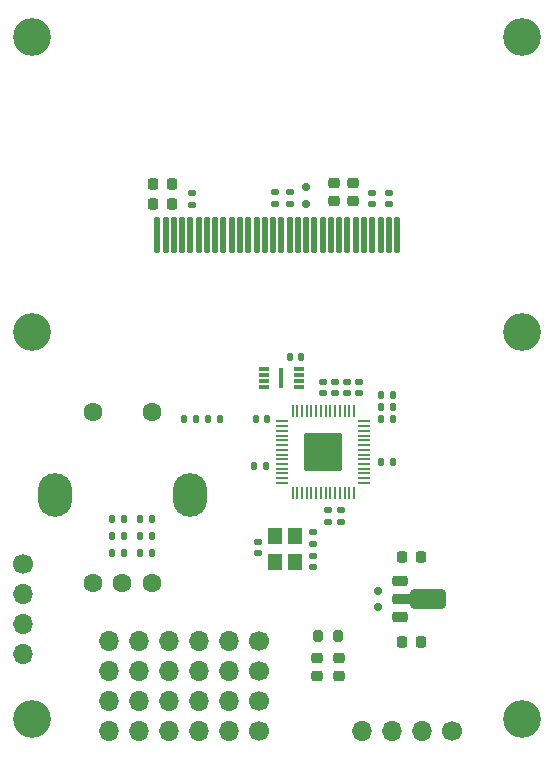
<source format=gbr>
%TF.GenerationSoftware,KiCad,Pcbnew,8.0.1*%
%TF.CreationDate,2024-04-03T11:04:11+02:00*%
%TF.ProjectId,dcload-interface-board,64636c6f-6164-42d6-996e-746572666163,rev?*%
%TF.SameCoordinates,Original*%
%TF.FileFunction,Soldermask,Top*%
%TF.FilePolarity,Negative*%
%FSLAX46Y46*%
G04 Gerber Fmt 4.6, Leading zero omitted, Abs format (unit mm)*
G04 Created by KiCad (PCBNEW 8.0.1) date 2024-04-03 11:04:11*
%MOMM*%
%LPD*%
G01*
G04 APERTURE LIST*
G04 Aperture macros list*
%AMRoundRect*
0 Rectangle with rounded corners*
0 $1 Rounding radius*
0 $2 $3 $4 $5 $6 $7 $8 $9 X,Y pos of 4 corners*
0 Add a 4 corners polygon primitive as box body*
4,1,4,$2,$3,$4,$5,$6,$7,$8,$9,$2,$3,0*
0 Add four circle primitives for the rounded corners*
1,1,$1+$1,$2,$3*
1,1,$1+$1,$4,$5*
1,1,$1+$1,$6,$7*
1,1,$1+$1,$8,$9*
0 Add four rect primitives between the rounded corners*
20,1,$1+$1,$2,$3,$4,$5,0*
20,1,$1+$1,$4,$5,$6,$7,0*
20,1,$1+$1,$6,$7,$8,$9,0*
20,1,$1+$1,$8,$9,$2,$3,0*%
G04 Aperture macros list end*
%ADD10RoundRect,0.150000X0.200000X-0.150000X0.200000X0.150000X-0.200000X0.150000X-0.200000X-0.150000X0*%
%ADD11RoundRect,0.125000X-0.125000X-1.375000X0.125000X-1.375000X0.125000X1.375000X-0.125000X1.375000X0*%
%ADD12RoundRect,0.150000X-0.200000X0.150000X-0.200000X-0.150000X0.200000X-0.150000X0.200000X0.150000X0*%
%ADD13RoundRect,0.140000X0.140000X0.170000X-0.140000X0.170000X-0.140000X-0.170000X0.140000X-0.170000X0*%
%ADD14C,3.200000*%
%ADD15RoundRect,0.140000X-0.170000X0.140000X-0.170000X-0.140000X0.170000X-0.140000X0.170000X0.140000X0*%
%ADD16RoundRect,0.225000X0.250000X-0.225000X0.250000X0.225000X-0.250000X0.225000X-0.250000X-0.225000X0*%
%ADD17RoundRect,0.140000X0.170000X-0.140000X0.170000X0.140000X-0.170000X0.140000X-0.170000X-0.140000X0*%
%ADD18RoundRect,0.140000X-0.140000X-0.170000X0.140000X-0.170000X0.140000X0.170000X-0.140000X0.170000X0*%
%ADD19RoundRect,0.135000X0.135000X0.185000X-0.135000X0.185000X-0.135000X-0.185000X0.135000X-0.185000X0*%
%ADD20RoundRect,0.225000X-0.250000X0.225000X-0.250000X-0.225000X0.250000X-0.225000X0.250000X0.225000X0*%
%ADD21RoundRect,0.135000X0.185000X-0.135000X0.185000X0.135000X-0.185000X0.135000X-0.185000X-0.135000X0*%
%ADD22C,1.700000*%
%ADD23O,1.700000X1.700000*%
%ADD24RoundRect,0.020000X-0.430000X-0.080000X0.430000X-0.080000X0.430000X0.080000X-0.430000X0.080000X0*%
%ADD25RoundRect,0.020000X0.080000X-0.430000X0.080000X0.430000X-0.080000X0.430000X-0.080000X-0.430000X0*%
%ADD26RoundRect,0.096000X-1.504000X-1.504000X1.504000X-1.504000X1.504000X1.504000X-1.504000X1.504000X0*%
%ADD27RoundRect,0.135000X-0.135000X-0.185000X0.135000X-0.185000X0.135000X0.185000X-0.135000X0.185000X0*%
%ADD28RoundRect,0.225000X0.225000X0.250000X-0.225000X0.250000X-0.225000X-0.250000X0.225000X-0.250000X0*%
%ADD29RoundRect,0.135000X-0.185000X0.135000X-0.185000X-0.135000X0.185000X-0.135000X0.185000X0.135000X0*%
%ADD30R,1.200000X1.400000*%
%ADD31RoundRect,0.225000X-0.225000X-0.250000X0.225000X-0.250000X0.225000X0.250000X-0.225000X0.250000X0*%
%ADD32RoundRect,0.200000X-0.200000X-0.275000X0.200000X-0.275000X0.200000X0.275000X-0.200000X0.275000X0*%
%ADD33RoundRect,0.075000X-0.375000X-0.075000X0.375000X-0.075000X0.375000X0.075000X-0.375000X0.075000X0*%
%ADD34R,0.300000X1.700000*%
%ADD35RoundRect,0.225000X-0.425000X-0.225000X0.425000X-0.225000X0.425000X0.225000X-0.425000X0.225000X0*%
%ADD36RoundRect,0.433250X-1.129250X-0.433250X1.129250X-0.433250X1.129250X0.433250X-1.129250X0.433250X0*%
%ADD37RoundRect,0.225000X-0.668750X-0.225000X0.668750X-0.225000X0.668750X0.225000X-0.668750X0.225000X0*%
%ADD38O,2.900000X3.700000*%
%ADD39C,1.600000*%
G04 APERTURE END LIST*
D10*
%TO.C,D300*%
X126450000Y-65970000D03*
X126450000Y-67370000D03*
%TD*%
D11*
%TO.C,U300*%
X134150000Y-70050000D03*
X133450000Y-70050000D03*
X132750000Y-70050000D03*
X132050000Y-70050000D03*
X131350000Y-70050000D03*
X130650000Y-70050000D03*
X129950000Y-70050000D03*
X129250000Y-70050000D03*
X128550000Y-70050000D03*
X127850000Y-70050000D03*
X127150000Y-70050000D03*
X126450000Y-70050000D03*
X125750000Y-70050000D03*
X125050000Y-70050000D03*
X124350000Y-70050000D03*
X123650000Y-70050000D03*
X122950000Y-70050000D03*
X122250000Y-70050000D03*
X121550000Y-70050000D03*
X120850000Y-70050000D03*
X120150000Y-70050000D03*
X119450000Y-70050000D03*
X118750000Y-70050000D03*
X118050000Y-70050000D03*
X117350000Y-70050000D03*
X116650000Y-70050000D03*
X115950000Y-70050000D03*
X115250000Y-70050000D03*
X114550000Y-70050000D03*
X113850000Y-70050000D03*
%TD*%
D12*
%TO.C,D100*%
X132550000Y-101550000D03*
X132550000Y-100150000D03*
%TD*%
D13*
%TO.C,C204*%
X123030000Y-89610000D03*
X122070000Y-89610000D03*
%TD*%
D14*
%TO.C,H4*%
X103250000Y-78250000D03*
%TD*%
D15*
%TO.C,C304*%
X133450000Y-66470000D03*
X133450000Y-67430000D03*
%TD*%
D16*
%TO.C,C300*%
X130420000Y-67175000D03*
X130420000Y-65625000D03*
%TD*%
D17*
%TO.C,C200*%
X130900000Y-83380000D03*
X130900000Y-82420000D03*
%TD*%
D18*
%TO.C,C207*%
X132820000Y-84600000D03*
X133780000Y-84600000D03*
%TD*%
D19*
%TO.C,R500*%
X113410000Y-96900000D03*
X112390000Y-96900000D03*
%TD*%
D17*
%TO.C,C209*%
X129900000Y-83380000D03*
X129900000Y-82420000D03*
%TD*%
D20*
%TO.C,C101*%
X129200000Y-105825000D03*
X129200000Y-107375000D03*
%TD*%
D21*
%TO.C,R300*%
X125050000Y-67370000D03*
X125050000Y-66350000D03*
%TD*%
D13*
%TO.C,C203*%
X123180000Y-85600000D03*
X122220000Y-85600000D03*
%TD*%
D15*
%TO.C,C213*%
X122350000Y-96020000D03*
X122350000Y-96980000D03*
%TD*%
D20*
%TO.C,C100*%
X127400000Y-105825000D03*
X127400000Y-107375000D03*
%TD*%
D22*
%TO.C,J100*%
X122500000Y-112000000D03*
D23*
X119960000Y-112000000D03*
X117420000Y-112000000D03*
X114880000Y-112000000D03*
X112340000Y-112000000D03*
X109800000Y-112000000D03*
%TD*%
D18*
%TO.C,C201*%
X132820000Y-85590000D03*
X133780000Y-85590000D03*
%TD*%
D24*
%TO.C,U200*%
X124450000Y-85800000D03*
X124450000Y-86200000D03*
X124450000Y-86600000D03*
X124450000Y-87000000D03*
X124450000Y-87400000D03*
X124450000Y-87800000D03*
X124450000Y-88200000D03*
X124450000Y-88600000D03*
X124450000Y-89000000D03*
X124450000Y-89400000D03*
X124450000Y-89800000D03*
X124450000Y-90200000D03*
X124450000Y-90600000D03*
X124450000Y-91000000D03*
D25*
X125300000Y-91850000D03*
X125700000Y-91850000D03*
X126100000Y-91850000D03*
X126500000Y-91850000D03*
X126900000Y-91850000D03*
X127300000Y-91850000D03*
X127700000Y-91850000D03*
X128100000Y-91850000D03*
X128500000Y-91850000D03*
X128900000Y-91850000D03*
X129300000Y-91850000D03*
X129700000Y-91850000D03*
X130100000Y-91850000D03*
X130500000Y-91850000D03*
D24*
X131350000Y-91000000D03*
X131350000Y-90600000D03*
X131350000Y-90200000D03*
X131350000Y-89800000D03*
X131350000Y-89400000D03*
X131350000Y-89000000D03*
X131350000Y-88600000D03*
X131350000Y-88200000D03*
X131350000Y-87800000D03*
X131350000Y-87400000D03*
X131350000Y-87000000D03*
X131350000Y-86600000D03*
X131350000Y-86200000D03*
X131350000Y-85800000D03*
D25*
X130500000Y-84950000D03*
X130100000Y-84950000D03*
X129700000Y-84950000D03*
X129300000Y-84950000D03*
X128900000Y-84950000D03*
X128500000Y-84950000D03*
X128100000Y-84950000D03*
X127700000Y-84950000D03*
X127300000Y-84950000D03*
X126900000Y-84950000D03*
X126500000Y-84950000D03*
X126100000Y-84950000D03*
X125700000Y-84950000D03*
X125300000Y-84950000D03*
D26*
X127900000Y-88400000D03*
%TD*%
D14*
%TO.C,H5*%
X144750000Y-78250000D03*
%TD*%
D27*
%TO.C,R501*%
X112390000Y-95500000D03*
X113410000Y-95500000D03*
%TD*%
D28*
%TO.C,C303*%
X115055000Y-65700000D03*
X113505000Y-65700000D03*
%TD*%
D14*
%TO.C,H2*%
X144750000Y-53250000D03*
%TD*%
D15*
%TO.C,C212*%
X127070000Y-97160000D03*
X127070000Y-98120000D03*
%TD*%
D17*
%TO.C,C305*%
X132050000Y-67430000D03*
X132050000Y-66470000D03*
%TD*%
D27*
%TO.C,R502*%
X110010000Y-96900000D03*
X111030000Y-96900000D03*
%TD*%
D29*
%TO.C,R301*%
X116800000Y-66490000D03*
X116800000Y-67510000D03*
%TD*%
D13*
%TO.C,C501*%
X111000000Y-94100000D03*
X110040000Y-94100000D03*
%TD*%
D30*
%TO.C,Y200*%
X125550000Y-97700000D03*
X125550000Y-95500000D03*
X123850000Y-95500000D03*
X123850000Y-97700000D03*
%TD*%
D29*
%TO.C,R200*%
X127070000Y-95130000D03*
X127070000Y-96150000D03*
%TD*%
D14*
%TO.C,H1*%
X103250000Y-111000000D03*
%TD*%
D31*
%TO.C,C103*%
X134600000Y-97250000D03*
X136150000Y-97250000D03*
%TD*%
D18*
%TO.C,C208*%
X132820000Y-83600000D03*
X133780000Y-83600000D03*
%TD*%
D28*
%TO.C,C302*%
X115055000Y-67400000D03*
X113505000Y-67400000D03*
%TD*%
D15*
%TO.C,C205*%
X128300000Y-93320000D03*
X128300000Y-94280000D03*
%TD*%
D32*
%TO.C,L100*%
X127475000Y-104000000D03*
X129125000Y-104000000D03*
%TD*%
D13*
%TO.C,C214*%
X126015000Y-80350000D03*
X125055000Y-80350000D03*
%TD*%
D27*
%TO.C,R503*%
X110010000Y-95500000D03*
X111030000Y-95500000D03*
%TD*%
D22*
%TO.C,J102*%
X122500000Y-106920000D03*
D23*
X119960000Y-106920000D03*
X117420000Y-106920000D03*
X114880000Y-106920000D03*
X112340000Y-106920000D03*
X109800000Y-106920000D03*
%TD*%
D18*
%TO.C,C500*%
X112420000Y-94100000D03*
X113380000Y-94100000D03*
%TD*%
D14*
%TO.C,H6*%
X103250000Y-53250000D03*
%TD*%
D15*
%TO.C,C211*%
X129400000Y-93320000D03*
X129400000Y-94280000D03*
%TD*%
D22*
%TO.C,J200*%
X138800000Y-112000000D03*
D23*
X136260000Y-112000000D03*
X133720000Y-112000000D03*
X131180000Y-112000000D03*
%TD*%
D17*
%TO.C,C306*%
X123850000Y-67350000D03*
X123850000Y-66390000D03*
%TD*%
D31*
%TO.C,C102*%
X134600000Y-104450000D03*
X136150000Y-104450000D03*
%TD*%
D22*
%TO.C,J101*%
X122500000Y-109460000D03*
D23*
X119960000Y-109460000D03*
X117420000Y-109460000D03*
X114880000Y-109460000D03*
X112340000Y-109460000D03*
X109800000Y-109460000D03*
%TD*%
D33*
%TO.C,U201*%
X122850000Y-81400000D03*
X122850000Y-81900000D03*
X122850000Y-82400000D03*
X122850000Y-82900000D03*
X125850000Y-82900000D03*
X125850000Y-82400000D03*
X125850000Y-81900000D03*
X125850000Y-81400000D03*
D34*
X124350000Y-82150000D03*
%TD*%
D27*
%TO.C,R303*%
X118140000Y-85600000D03*
X119160000Y-85600000D03*
%TD*%
D22*
%TO.C,J103*%
X122500000Y-104380000D03*
D23*
X119960000Y-104380000D03*
X117420000Y-104380000D03*
X114880000Y-104380000D03*
X112340000Y-104380000D03*
X109800000Y-104380000D03*
%TD*%
D19*
%TO.C,R302*%
X117160000Y-85600000D03*
X116140000Y-85600000D03*
%TD*%
D35*
%TO.C,U100*%
X134406250Y-99350000D03*
D36*
X136793750Y-100850000D03*
D37*
X134650000Y-100850000D03*
D35*
X134406250Y-102350000D03*
%TD*%
D22*
%TO.C,J201*%
X102500000Y-97880000D03*
D23*
X102500000Y-100420000D03*
X102500000Y-102960000D03*
X102500000Y-105500000D03*
%TD*%
D17*
%TO.C,C202*%
X128900000Y-83380000D03*
X128900000Y-82420000D03*
%TD*%
%TO.C,C210*%
X127900000Y-83380000D03*
X127900000Y-82420000D03*
%TD*%
D14*
%TO.C,H3*%
X144750000Y-111000000D03*
%TD*%
D18*
%TO.C,C206*%
X132820000Y-89200000D03*
X133780000Y-89200000D03*
%TD*%
D16*
%TO.C,C301*%
X128780000Y-67175000D03*
X128780000Y-65625000D03*
%TD*%
D38*
%TO.C,SW506*%
X105200000Y-92000000D03*
X116600000Y-92000000D03*
D39*
X113400000Y-99500000D03*
X108400000Y-99500000D03*
X110900000Y-99500000D03*
X113400000Y-85000000D03*
X108400000Y-85000000D03*
%TD*%
M02*

</source>
